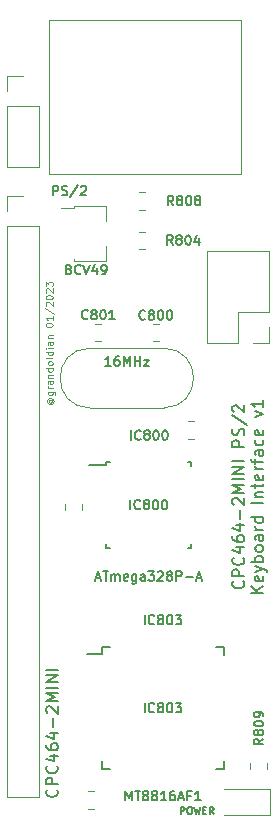
<source format=gbr>
%TF.GenerationSoftware,KiCad,Pcbnew,(6.0.7)*%
%TF.CreationDate,2023-01-02T00:51:12+00:00*%
%TF.ProjectId,CPC464-2MINIPS2,43504334-3634-42d3-924d-494e49505332,rev?*%
%TF.SameCoordinates,Original*%
%TF.FileFunction,Legend,Top*%
%TF.FilePolarity,Positive*%
%FSLAX46Y46*%
G04 Gerber Fmt 4.6, Leading zero omitted, Abs format (unit mm)*
G04 Created by KiCad (PCBNEW (6.0.7)) date 2023-01-02 00:51:12*
%MOMM*%
%LPD*%
G01*
G04 APERTURE LIST*
%ADD10C,0.150000*%
%ADD11C,0.100000*%
%ADD12C,0.120000*%
G04 APERTURE END LIST*
D10*
X61302142Y-77942857D02*
X61349761Y-77990476D01*
X61397380Y-78133333D01*
X61397380Y-78228571D01*
X61349761Y-78371428D01*
X61254523Y-78466666D01*
X61159285Y-78514285D01*
X60968809Y-78561904D01*
X60825952Y-78561904D01*
X60635476Y-78514285D01*
X60540238Y-78466666D01*
X60445000Y-78371428D01*
X60397380Y-78228571D01*
X60397380Y-78133333D01*
X60445000Y-77990476D01*
X60492619Y-77942857D01*
X61397380Y-77514285D02*
X60397380Y-77514285D01*
X60397380Y-77133333D01*
X60445000Y-77038095D01*
X60492619Y-76990476D01*
X60587857Y-76942857D01*
X60730714Y-76942857D01*
X60825952Y-76990476D01*
X60873571Y-77038095D01*
X60921190Y-77133333D01*
X60921190Y-77514285D01*
X61302142Y-75942857D02*
X61349761Y-75990476D01*
X61397380Y-76133333D01*
X61397380Y-76228571D01*
X61349761Y-76371428D01*
X61254523Y-76466666D01*
X61159285Y-76514285D01*
X60968809Y-76561904D01*
X60825952Y-76561904D01*
X60635476Y-76514285D01*
X60540238Y-76466666D01*
X60445000Y-76371428D01*
X60397380Y-76228571D01*
X60397380Y-76133333D01*
X60445000Y-75990476D01*
X60492619Y-75942857D01*
X60730714Y-75085714D02*
X61397380Y-75085714D01*
X60349761Y-75323809D02*
X61064047Y-75561904D01*
X61064047Y-74942857D01*
X60397380Y-74133333D02*
X60397380Y-74323809D01*
X60445000Y-74419047D01*
X60492619Y-74466666D01*
X60635476Y-74561904D01*
X60825952Y-74609523D01*
X61206904Y-74609523D01*
X61302142Y-74561904D01*
X61349761Y-74514285D01*
X61397380Y-74419047D01*
X61397380Y-74228571D01*
X61349761Y-74133333D01*
X61302142Y-74085714D01*
X61206904Y-74038095D01*
X60968809Y-74038095D01*
X60873571Y-74085714D01*
X60825952Y-74133333D01*
X60778333Y-74228571D01*
X60778333Y-74419047D01*
X60825952Y-74514285D01*
X60873571Y-74561904D01*
X60968809Y-74609523D01*
X60730714Y-73180952D02*
X61397380Y-73180952D01*
X60349761Y-73419047D02*
X61064047Y-73657142D01*
X61064047Y-73038095D01*
X61016428Y-72657142D02*
X61016428Y-71895238D01*
X60492619Y-71466666D02*
X60445000Y-71419047D01*
X60397380Y-71323809D01*
X60397380Y-71085714D01*
X60445000Y-70990476D01*
X60492619Y-70942857D01*
X60587857Y-70895238D01*
X60683095Y-70895238D01*
X60825952Y-70942857D01*
X61397380Y-71514285D01*
X61397380Y-70895238D01*
X61397380Y-70466666D02*
X60397380Y-70466666D01*
X61111666Y-70133333D01*
X60397380Y-69800000D01*
X61397380Y-69800000D01*
X61397380Y-69323809D02*
X60397380Y-69323809D01*
X61397380Y-68847619D02*
X60397380Y-68847619D01*
X61397380Y-68276190D01*
X60397380Y-68276190D01*
X61397380Y-67800000D02*
X60397380Y-67800000D01*
X61397380Y-66561904D02*
X60397380Y-66561904D01*
X60397380Y-66180952D01*
X60445000Y-66085714D01*
X60492619Y-66038095D01*
X60587857Y-65990476D01*
X60730714Y-65990476D01*
X60825952Y-66038095D01*
X60873571Y-66085714D01*
X60921190Y-66180952D01*
X60921190Y-66561904D01*
X61349761Y-65609523D02*
X61397380Y-65466666D01*
X61397380Y-65228571D01*
X61349761Y-65133333D01*
X61302142Y-65085714D01*
X61206904Y-65038095D01*
X61111666Y-65038095D01*
X61016428Y-65085714D01*
X60968809Y-65133333D01*
X60921190Y-65228571D01*
X60873571Y-65419047D01*
X60825952Y-65514285D01*
X60778333Y-65561904D01*
X60683095Y-65609523D01*
X60587857Y-65609523D01*
X60492619Y-65561904D01*
X60445000Y-65514285D01*
X60397380Y-65419047D01*
X60397380Y-65180952D01*
X60445000Y-65038095D01*
X60349761Y-63895238D02*
X61635476Y-64752380D01*
X60492619Y-63609523D02*
X60445000Y-63561904D01*
X60397380Y-63466666D01*
X60397380Y-63228571D01*
X60445000Y-63133333D01*
X60492619Y-63085714D01*
X60587857Y-63038095D01*
X60683095Y-63038095D01*
X60825952Y-63085714D01*
X61397380Y-63657142D01*
X61397380Y-63038095D01*
X63007380Y-78919047D02*
X62007380Y-78919047D01*
X63007380Y-78347619D02*
X62435952Y-78776190D01*
X62007380Y-78347619D02*
X62578809Y-78919047D01*
X62959761Y-77538095D02*
X63007380Y-77633333D01*
X63007380Y-77823809D01*
X62959761Y-77919047D01*
X62864523Y-77966666D01*
X62483571Y-77966666D01*
X62388333Y-77919047D01*
X62340714Y-77823809D01*
X62340714Y-77633333D01*
X62388333Y-77538095D01*
X62483571Y-77490476D01*
X62578809Y-77490476D01*
X62674047Y-77966666D01*
X62340714Y-77157142D02*
X63007380Y-76919047D01*
X62340714Y-76680952D02*
X63007380Y-76919047D01*
X63245476Y-77014285D01*
X63293095Y-77061904D01*
X63340714Y-77157142D01*
X63007380Y-76300000D02*
X62007380Y-76300000D01*
X62388333Y-76300000D02*
X62340714Y-76204761D01*
X62340714Y-76014285D01*
X62388333Y-75919047D01*
X62435952Y-75871428D01*
X62531190Y-75823809D01*
X62816904Y-75823809D01*
X62912142Y-75871428D01*
X62959761Y-75919047D01*
X63007380Y-76014285D01*
X63007380Y-76204761D01*
X62959761Y-76300000D01*
X63007380Y-75252380D02*
X62959761Y-75347619D01*
X62912142Y-75395238D01*
X62816904Y-75442857D01*
X62531190Y-75442857D01*
X62435952Y-75395238D01*
X62388333Y-75347619D01*
X62340714Y-75252380D01*
X62340714Y-75109523D01*
X62388333Y-75014285D01*
X62435952Y-74966666D01*
X62531190Y-74919047D01*
X62816904Y-74919047D01*
X62912142Y-74966666D01*
X62959761Y-75014285D01*
X63007380Y-75109523D01*
X63007380Y-75252380D01*
X63007380Y-74061904D02*
X62483571Y-74061904D01*
X62388333Y-74109523D01*
X62340714Y-74204761D01*
X62340714Y-74395238D01*
X62388333Y-74490476D01*
X62959761Y-74061904D02*
X63007380Y-74157142D01*
X63007380Y-74395238D01*
X62959761Y-74490476D01*
X62864523Y-74538095D01*
X62769285Y-74538095D01*
X62674047Y-74490476D01*
X62626428Y-74395238D01*
X62626428Y-74157142D01*
X62578809Y-74061904D01*
X63007380Y-73585714D02*
X62340714Y-73585714D01*
X62531190Y-73585714D02*
X62435952Y-73538095D01*
X62388333Y-73490476D01*
X62340714Y-73395238D01*
X62340714Y-73300000D01*
X63007380Y-72538095D02*
X62007380Y-72538095D01*
X62959761Y-72538095D02*
X63007380Y-72633333D01*
X63007380Y-72823809D01*
X62959761Y-72919047D01*
X62912142Y-72966666D01*
X62816904Y-73014285D01*
X62531190Y-73014285D01*
X62435952Y-72966666D01*
X62388333Y-72919047D01*
X62340714Y-72823809D01*
X62340714Y-72633333D01*
X62388333Y-72538095D01*
X63007380Y-71300000D02*
X62007380Y-71300000D01*
X62340714Y-70823809D02*
X63007380Y-70823809D01*
X62435952Y-70823809D02*
X62388333Y-70776190D01*
X62340714Y-70680952D01*
X62340714Y-70538095D01*
X62388333Y-70442857D01*
X62483571Y-70395238D01*
X63007380Y-70395238D01*
X62340714Y-70061904D02*
X62340714Y-69680952D01*
X62007380Y-69919047D02*
X62864523Y-69919047D01*
X62959761Y-69871428D01*
X63007380Y-69776190D01*
X63007380Y-69680952D01*
X62959761Y-68966666D02*
X63007380Y-69061904D01*
X63007380Y-69252380D01*
X62959761Y-69347619D01*
X62864523Y-69395238D01*
X62483571Y-69395238D01*
X62388333Y-69347619D01*
X62340714Y-69252380D01*
X62340714Y-69061904D01*
X62388333Y-68966666D01*
X62483571Y-68919047D01*
X62578809Y-68919047D01*
X62674047Y-69395238D01*
X63007380Y-68490476D02*
X62340714Y-68490476D01*
X62531190Y-68490476D02*
X62435952Y-68442857D01*
X62388333Y-68395238D01*
X62340714Y-68300000D01*
X62340714Y-68204761D01*
X62340714Y-68014285D02*
X62340714Y-67633333D01*
X63007380Y-67871428D02*
X62150238Y-67871428D01*
X62055000Y-67823809D01*
X62007380Y-67728571D01*
X62007380Y-67633333D01*
X63007380Y-66871428D02*
X62483571Y-66871428D01*
X62388333Y-66919047D01*
X62340714Y-67014285D01*
X62340714Y-67204761D01*
X62388333Y-67300000D01*
X62959761Y-66871428D02*
X63007380Y-66966666D01*
X63007380Y-67204761D01*
X62959761Y-67300000D01*
X62864523Y-67347619D01*
X62769285Y-67347619D01*
X62674047Y-67300000D01*
X62626428Y-67204761D01*
X62626428Y-66966666D01*
X62578809Y-66871428D01*
X62959761Y-65966666D02*
X63007380Y-66061904D01*
X63007380Y-66252380D01*
X62959761Y-66347619D01*
X62912142Y-66395238D01*
X62816904Y-66442857D01*
X62531190Y-66442857D01*
X62435952Y-66395238D01*
X62388333Y-66347619D01*
X62340714Y-66252380D01*
X62340714Y-66061904D01*
X62388333Y-65966666D01*
X62959761Y-65157142D02*
X63007380Y-65252380D01*
X63007380Y-65442857D01*
X62959761Y-65538095D01*
X62864523Y-65585714D01*
X62483571Y-65585714D01*
X62388333Y-65538095D01*
X62340714Y-65442857D01*
X62340714Y-65252380D01*
X62388333Y-65157142D01*
X62483571Y-65109523D01*
X62578809Y-65109523D01*
X62674047Y-65585714D01*
X62340714Y-64014285D02*
X63007380Y-63776190D01*
X62340714Y-63538095D01*
X63007380Y-62633333D02*
X63007380Y-63204761D01*
X63007380Y-62919047D02*
X62007380Y-62919047D01*
X62150238Y-63014285D01*
X62245476Y-63109523D01*
X62293095Y-63204761D01*
D11*
X44905714Y-62565714D02*
X44877142Y-62594285D01*
X44848571Y-62651428D01*
X44848571Y-62708571D01*
X44877142Y-62765714D01*
X44905714Y-62794285D01*
X44962857Y-62822857D01*
X45020000Y-62822857D01*
X45077142Y-62794285D01*
X45105714Y-62765714D01*
X45134285Y-62708571D01*
X45134285Y-62651428D01*
X45105714Y-62594285D01*
X45077142Y-62565714D01*
X44848571Y-62565714D02*
X45077142Y-62565714D01*
X45105714Y-62537142D01*
X45105714Y-62508571D01*
X45077142Y-62451428D01*
X45020000Y-62422857D01*
X44877142Y-62422857D01*
X44791428Y-62480000D01*
X44734285Y-62565714D01*
X44705714Y-62680000D01*
X44734285Y-62794285D01*
X44791428Y-62880000D01*
X44877142Y-62937142D01*
X44991428Y-62965714D01*
X45105714Y-62937142D01*
X45191428Y-62880000D01*
X45248571Y-62794285D01*
X45277142Y-62680000D01*
X45248571Y-62565714D01*
X45191428Y-62480000D01*
X44791428Y-61908571D02*
X45277142Y-61908571D01*
X45334285Y-61937142D01*
X45362857Y-61965714D01*
X45391428Y-62022857D01*
X45391428Y-62108571D01*
X45362857Y-62165714D01*
X45162857Y-61908571D02*
X45191428Y-61965714D01*
X45191428Y-62080000D01*
X45162857Y-62137142D01*
X45134285Y-62165714D01*
X45077142Y-62194285D01*
X44905714Y-62194285D01*
X44848571Y-62165714D01*
X44820000Y-62137142D01*
X44791428Y-62080000D01*
X44791428Y-61965714D01*
X44820000Y-61908571D01*
X45191428Y-61622857D02*
X44791428Y-61622857D01*
X44905714Y-61622857D02*
X44848571Y-61594285D01*
X44820000Y-61565714D01*
X44791428Y-61508571D01*
X44791428Y-61451428D01*
X45191428Y-60994285D02*
X44877142Y-60994285D01*
X44820000Y-61022857D01*
X44791428Y-61080000D01*
X44791428Y-61194285D01*
X44820000Y-61251428D01*
X45162857Y-60994285D02*
X45191428Y-61051428D01*
X45191428Y-61194285D01*
X45162857Y-61251428D01*
X45105714Y-61280000D01*
X45048571Y-61280000D01*
X44991428Y-61251428D01*
X44962857Y-61194285D01*
X44962857Y-61051428D01*
X44934285Y-60994285D01*
X44791428Y-60708571D02*
X45191428Y-60708571D01*
X44848571Y-60708571D02*
X44820000Y-60680000D01*
X44791428Y-60622857D01*
X44791428Y-60537142D01*
X44820000Y-60480000D01*
X44877142Y-60451428D01*
X45191428Y-60451428D01*
X45191428Y-59908571D02*
X44591428Y-59908571D01*
X45162857Y-59908571D02*
X45191428Y-59965714D01*
X45191428Y-60080000D01*
X45162857Y-60137142D01*
X45134285Y-60165714D01*
X45077142Y-60194285D01*
X44905714Y-60194285D01*
X44848571Y-60165714D01*
X44820000Y-60137142D01*
X44791428Y-60080000D01*
X44791428Y-59965714D01*
X44820000Y-59908571D01*
X45191428Y-59537142D02*
X45162857Y-59594285D01*
X45134285Y-59622857D01*
X45077142Y-59651428D01*
X44905714Y-59651428D01*
X44848571Y-59622857D01*
X44820000Y-59594285D01*
X44791428Y-59537142D01*
X44791428Y-59451428D01*
X44820000Y-59394285D01*
X44848571Y-59365714D01*
X44905714Y-59337142D01*
X45077142Y-59337142D01*
X45134285Y-59365714D01*
X45162857Y-59394285D01*
X45191428Y-59451428D01*
X45191428Y-59537142D01*
X45191428Y-58994285D02*
X45162857Y-59051428D01*
X45105714Y-59080000D01*
X44591428Y-59080000D01*
X45191428Y-58508571D02*
X44591428Y-58508571D01*
X45162857Y-58508571D02*
X45191428Y-58565714D01*
X45191428Y-58680000D01*
X45162857Y-58737142D01*
X45134285Y-58765714D01*
X45077142Y-58794285D01*
X44905714Y-58794285D01*
X44848571Y-58765714D01*
X44820000Y-58737142D01*
X44791428Y-58680000D01*
X44791428Y-58565714D01*
X44820000Y-58508571D01*
X45191428Y-58222857D02*
X44791428Y-58222857D01*
X44591428Y-58222857D02*
X44620000Y-58251428D01*
X44648571Y-58222857D01*
X44620000Y-58194285D01*
X44591428Y-58222857D01*
X44648571Y-58222857D01*
X45191428Y-57680000D02*
X44877142Y-57680000D01*
X44820000Y-57708571D01*
X44791428Y-57765714D01*
X44791428Y-57880000D01*
X44820000Y-57937142D01*
X45162857Y-57680000D02*
X45191428Y-57737142D01*
X45191428Y-57880000D01*
X45162857Y-57937142D01*
X45105714Y-57965714D01*
X45048571Y-57965714D01*
X44991428Y-57937142D01*
X44962857Y-57880000D01*
X44962857Y-57737142D01*
X44934285Y-57680000D01*
X44791428Y-57394285D02*
X45191428Y-57394285D01*
X44848571Y-57394285D02*
X44820000Y-57365714D01*
X44791428Y-57308571D01*
X44791428Y-57222857D01*
X44820000Y-57165714D01*
X44877142Y-57137142D01*
X45191428Y-57137142D01*
X44591428Y-56280000D02*
X44591428Y-56222857D01*
X44620000Y-56165714D01*
X44648571Y-56137142D01*
X44705714Y-56108571D01*
X44820000Y-56080000D01*
X44962857Y-56080000D01*
X45077142Y-56108571D01*
X45134285Y-56137142D01*
X45162857Y-56165714D01*
X45191428Y-56222857D01*
X45191428Y-56280000D01*
X45162857Y-56337142D01*
X45134285Y-56365714D01*
X45077142Y-56394285D01*
X44962857Y-56422857D01*
X44820000Y-56422857D01*
X44705714Y-56394285D01*
X44648571Y-56365714D01*
X44620000Y-56337142D01*
X44591428Y-56280000D01*
X45191428Y-55508571D02*
X45191428Y-55851428D01*
X45191428Y-55680000D02*
X44591428Y-55680000D01*
X44677142Y-55737142D01*
X44734285Y-55794285D01*
X44762857Y-55851428D01*
X44562857Y-54822857D02*
X45334285Y-55337142D01*
X44648571Y-54651428D02*
X44620000Y-54622857D01*
X44591428Y-54565714D01*
X44591428Y-54422857D01*
X44620000Y-54365714D01*
X44648571Y-54337142D01*
X44705714Y-54308571D01*
X44762857Y-54308571D01*
X44848571Y-54337142D01*
X45191428Y-54680000D01*
X45191428Y-54308571D01*
X44591428Y-53937142D02*
X44591428Y-53880000D01*
X44620000Y-53822857D01*
X44648571Y-53794285D01*
X44705714Y-53765714D01*
X44820000Y-53737142D01*
X44962857Y-53737142D01*
X45077142Y-53765714D01*
X45134285Y-53794285D01*
X45162857Y-53822857D01*
X45191428Y-53880000D01*
X45191428Y-53937142D01*
X45162857Y-53994285D01*
X45134285Y-54022857D01*
X45077142Y-54051428D01*
X44962857Y-54080000D01*
X44820000Y-54080000D01*
X44705714Y-54051428D01*
X44648571Y-54022857D01*
X44620000Y-53994285D01*
X44591428Y-53937142D01*
X44648571Y-53508571D02*
X44620000Y-53480000D01*
X44591428Y-53422857D01*
X44591428Y-53280000D01*
X44620000Y-53222857D01*
X44648571Y-53194285D01*
X44705714Y-53165714D01*
X44762857Y-53165714D01*
X44848571Y-53194285D01*
X45191428Y-53537142D01*
X45191428Y-53165714D01*
X44591428Y-52965714D02*
X44591428Y-52594285D01*
X44820000Y-52794285D01*
X44820000Y-52708571D01*
X44848571Y-52651428D01*
X44877142Y-52622857D01*
X44934285Y-52594285D01*
X45077142Y-52594285D01*
X45134285Y-52622857D01*
X45162857Y-52651428D01*
X45191428Y-52708571D01*
X45191428Y-52880000D01*
X45162857Y-52937142D01*
X45134285Y-52965714D01*
D10*
%TO.C,R809*%
X63021904Y-91285238D02*
X62640952Y-91551904D01*
X63021904Y-91742380D02*
X62221904Y-91742380D01*
X62221904Y-91437619D01*
X62260000Y-91361428D01*
X62298095Y-91323333D01*
X62374285Y-91285238D01*
X62488571Y-91285238D01*
X62564761Y-91323333D01*
X62602857Y-91361428D01*
X62640952Y-91437619D01*
X62640952Y-91742380D01*
X62564761Y-90828095D02*
X62526666Y-90904285D01*
X62488571Y-90942380D01*
X62412380Y-90980476D01*
X62374285Y-90980476D01*
X62298095Y-90942380D01*
X62260000Y-90904285D01*
X62221904Y-90828095D01*
X62221904Y-90675714D01*
X62260000Y-90599523D01*
X62298095Y-90561428D01*
X62374285Y-90523333D01*
X62412380Y-90523333D01*
X62488571Y-90561428D01*
X62526666Y-90599523D01*
X62564761Y-90675714D01*
X62564761Y-90828095D01*
X62602857Y-90904285D01*
X62640952Y-90942380D01*
X62717142Y-90980476D01*
X62869523Y-90980476D01*
X62945714Y-90942380D01*
X62983809Y-90904285D01*
X63021904Y-90828095D01*
X63021904Y-90675714D01*
X62983809Y-90599523D01*
X62945714Y-90561428D01*
X62869523Y-90523333D01*
X62717142Y-90523333D01*
X62640952Y-90561428D01*
X62602857Y-90599523D01*
X62564761Y-90675714D01*
X62221904Y-90028095D02*
X62221904Y-89951904D01*
X62260000Y-89875714D01*
X62298095Y-89837619D01*
X62374285Y-89799523D01*
X62526666Y-89761428D01*
X62717142Y-89761428D01*
X62869523Y-89799523D01*
X62945714Y-89837619D01*
X62983809Y-89875714D01*
X63021904Y-89951904D01*
X63021904Y-90028095D01*
X62983809Y-90104285D01*
X62945714Y-90142380D01*
X62869523Y-90180476D01*
X62717142Y-90218571D01*
X62526666Y-90218571D01*
X62374285Y-90180476D01*
X62298095Y-90142380D01*
X62260000Y-90104285D01*
X62221904Y-90028095D01*
X63021904Y-89380476D02*
X63021904Y-89228095D01*
X62983809Y-89151904D01*
X62945714Y-89113809D01*
X62831428Y-89037619D01*
X62679047Y-88999523D01*
X62374285Y-88999523D01*
X62298095Y-89037619D01*
X62260000Y-89075714D01*
X62221904Y-89151904D01*
X62221904Y-89304285D01*
X62260000Y-89380476D01*
X62298095Y-89418571D01*
X62374285Y-89456666D01*
X62564761Y-89456666D01*
X62640952Y-89418571D01*
X62679047Y-89380476D01*
X62717142Y-89304285D01*
X62717142Y-89151904D01*
X62679047Y-89075714D01*
X62640952Y-89037619D01*
X62564761Y-88999523D01*
%TO.C,D810*%
X56004285Y-97661428D02*
X56004285Y-97061428D01*
X56232857Y-97061428D01*
X56290000Y-97090000D01*
X56318571Y-97118571D01*
X56347142Y-97175714D01*
X56347142Y-97261428D01*
X56318571Y-97318571D01*
X56290000Y-97347142D01*
X56232857Y-97375714D01*
X56004285Y-97375714D01*
X56718571Y-97061428D02*
X56832857Y-97061428D01*
X56890000Y-97090000D01*
X56947142Y-97147142D01*
X56975714Y-97261428D01*
X56975714Y-97461428D01*
X56947142Y-97575714D01*
X56890000Y-97632857D01*
X56832857Y-97661428D01*
X56718571Y-97661428D01*
X56661428Y-97632857D01*
X56604285Y-97575714D01*
X56575714Y-97461428D01*
X56575714Y-97261428D01*
X56604285Y-97147142D01*
X56661428Y-97090000D01*
X56718571Y-97061428D01*
X57175714Y-97061428D02*
X57318571Y-97661428D01*
X57432857Y-97232857D01*
X57547142Y-97661428D01*
X57690000Y-97061428D01*
X57918571Y-97347142D02*
X58118571Y-97347142D01*
X58204285Y-97661428D02*
X57918571Y-97661428D01*
X57918571Y-97061428D01*
X58204285Y-97061428D01*
X58804285Y-97661428D02*
X58604285Y-97375714D01*
X58461428Y-97661428D02*
X58461428Y-97061428D01*
X58690000Y-97061428D01*
X58747142Y-97090000D01*
X58775714Y-97118571D01*
X58804285Y-97175714D01*
X58804285Y-97261428D01*
X58775714Y-97318571D01*
X58747142Y-97347142D01*
X58690000Y-97375714D01*
X58461428Y-97375714D01*
%TO.C,Y800*%
X50107619Y-59711904D02*
X49650476Y-59711904D01*
X49879047Y-59711904D02*
X49879047Y-58911904D01*
X49802857Y-59026190D01*
X49726666Y-59102380D01*
X49650476Y-59140476D01*
X50793333Y-58911904D02*
X50640952Y-58911904D01*
X50564761Y-58950000D01*
X50526666Y-58988095D01*
X50450476Y-59102380D01*
X50412380Y-59254761D01*
X50412380Y-59559523D01*
X50450476Y-59635714D01*
X50488571Y-59673809D01*
X50564761Y-59711904D01*
X50717142Y-59711904D01*
X50793333Y-59673809D01*
X50831428Y-59635714D01*
X50869523Y-59559523D01*
X50869523Y-59369047D01*
X50831428Y-59292857D01*
X50793333Y-59254761D01*
X50717142Y-59216666D01*
X50564761Y-59216666D01*
X50488571Y-59254761D01*
X50450476Y-59292857D01*
X50412380Y-59369047D01*
X51212380Y-59711904D02*
X51212380Y-58911904D01*
X51479047Y-59483333D01*
X51745714Y-58911904D01*
X51745714Y-59711904D01*
X52126666Y-59711904D02*
X52126666Y-58911904D01*
X52126666Y-59292857D02*
X52583809Y-59292857D01*
X52583809Y-59711904D02*
X52583809Y-58911904D01*
X52888571Y-59178571D02*
X53307619Y-59178571D01*
X52888571Y-59711904D01*
X53307619Y-59711904D01*
%TO.C,R808*%
X55404761Y-46111904D02*
X55138095Y-45730952D01*
X54947619Y-46111904D02*
X54947619Y-45311904D01*
X55252380Y-45311904D01*
X55328571Y-45350000D01*
X55366666Y-45388095D01*
X55404761Y-45464285D01*
X55404761Y-45578571D01*
X55366666Y-45654761D01*
X55328571Y-45692857D01*
X55252380Y-45730952D01*
X54947619Y-45730952D01*
X55861904Y-45654761D02*
X55785714Y-45616666D01*
X55747619Y-45578571D01*
X55709523Y-45502380D01*
X55709523Y-45464285D01*
X55747619Y-45388095D01*
X55785714Y-45350000D01*
X55861904Y-45311904D01*
X56014285Y-45311904D01*
X56090476Y-45350000D01*
X56128571Y-45388095D01*
X56166666Y-45464285D01*
X56166666Y-45502380D01*
X56128571Y-45578571D01*
X56090476Y-45616666D01*
X56014285Y-45654761D01*
X55861904Y-45654761D01*
X55785714Y-45692857D01*
X55747619Y-45730952D01*
X55709523Y-45807142D01*
X55709523Y-45959523D01*
X55747619Y-46035714D01*
X55785714Y-46073809D01*
X55861904Y-46111904D01*
X56014285Y-46111904D01*
X56090476Y-46073809D01*
X56128571Y-46035714D01*
X56166666Y-45959523D01*
X56166666Y-45807142D01*
X56128571Y-45730952D01*
X56090476Y-45692857D01*
X56014285Y-45654761D01*
X56661904Y-45311904D02*
X56738095Y-45311904D01*
X56814285Y-45350000D01*
X56852380Y-45388095D01*
X56890476Y-45464285D01*
X56928571Y-45616666D01*
X56928571Y-45807142D01*
X56890476Y-45959523D01*
X56852380Y-46035714D01*
X56814285Y-46073809D01*
X56738095Y-46111904D01*
X56661904Y-46111904D01*
X56585714Y-46073809D01*
X56547619Y-46035714D01*
X56509523Y-45959523D01*
X56471428Y-45807142D01*
X56471428Y-45616666D01*
X56509523Y-45464285D01*
X56547619Y-45388095D01*
X56585714Y-45350000D01*
X56661904Y-45311904D01*
X57385714Y-45654761D02*
X57309523Y-45616666D01*
X57271428Y-45578571D01*
X57233333Y-45502380D01*
X57233333Y-45464285D01*
X57271428Y-45388095D01*
X57309523Y-45350000D01*
X57385714Y-45311904D01*
X57538095Y-45311904D01*
X57614285Y-45350000D01*
X57652380Y-45388095D01*
X57690476Y-45464285D01*
X57690476Y-45502380D01*
X57652380Y-45578571D01*
X57614285Y-45616666D01*
X57538095Y-45654761D01*
X57385714Y-45654761D01*
X57309523Y-45692857D01*
X57271428Y-45730952D01*
X57233333Y-45807142D01*
X57233333Y-45959523D01*
X57271428Y-46035714D01*
X57309523Y-46073809D01*
X57385714Y-46111904D01*
X57538095Y-46111904D01*
X57614285Y-46073809D01*
X57652380Y-46035714D01*
X57690476Y-45959523D01*
X57690476Y-45807142D01*
X57652380Y-45730952D01*
X57614285Y-45692857D01*
X57538095Y-45654761D01*
%TO.C,R804*%
X55354761Y-49461904D02*
X55088095Y-49080952D01*
X54897619Y-49461904D02*
X54897619Y-48661904D01*
X55202380Y-48661904D01*
X55278571Y-48700000D01*
X55316666Y-48738095D01*
X55354761Y-48814285D01*
X55354761Y-48928571D01*
X55316666Y-49004761D01*
X55278571Y-49042857D01*
X55202380Y-49080952D01*
X54897619Y-49080952D01*
X55811904Y-49004761D02*
X55735714Y-48966666D01*
X55697619Y-48928571D01*
X55659523Y-48852380D01*
X55659523Y-48814285D01*
X55697619Y-48738095D01*
X55735714Y-48700000D01*
X55811904Y-48661904D01*
X55964285Y-48661904D01*
X56040476Y-48700000D01*
X56078571Y-48738095D01*
X56116666Y-48814285D01*
X56116666Y-48852380D01*
X56078571Y-48928571D01*
X56040476Y-48966666D01*
X55964285Y-49004761D01*
X55811904Y-49004761D01*
X55735714Y-49042857D01*
X55697619Y-49080952D01*
X55659523Y-49157142D01*
X55659523Y-49309523D01*
X55697619Y-49385714D01*
X55735714Y-49423809D01*
X55811904Y-49461904D01*
X55964285Y-49461904D01*
X56040476Y-49423809D01*
X56078571Y-49385714D01*
X56116666Y-49309523D01*
X56116666Y-49157142D01*
X56078571Y-49080952D01*
X56040476Y-49042857D01*
X55964285Y-49004761D01*
X56611904Y-48661904D02*
X56688095Y-48661904D01*
X56764285Y-48700000D01*
X56802380Y-48738095D01*
X56840476Y-48814285D01*
X56878571Y-48966666D01*
X56878571Y-49157142D01*
X56840476Y-49309523D01*
X56802380Y-49385714D01*
X56764285Y-49423809D01*
X56688095Y-49461904D01*
X56611904Y-49461904D01*
X56535714Y-49423809D01*
X56497619Y-49385714D01*
X56459523Y-49309523D01*
X56421428Y-49157142D01*
X56421428Y-48966666D01*
X56459523Y-48814285D01*
X56497619Y-48738095D01*
X56535714Y-48700000D01*
X56611904Y-48661904D01*
X57564285Y-48928571D02*
X57564285Y-49461904D01*
X57373809Y-48623809D02*
X57183333Y-49195238D01*
X57678571Y-49195238D01*
%TO.C,Q800*%
X46552380Y-51542857D02*
X46666666Y-51580952D01*
X46704761Y-51619047D01*
X46742857Y-51695238D01*
X46742857Y-51809523D01*
X46704761Y-51885714D01*
X46666666Y-51923809D01*
X46590476Y-51961904D01*
X46285714Y-51961904D01*
X46285714Y-51161904D01*
X46552380Y-51161904D01*
X46628571Y-51200000D01*
X46666666Y-51238095D01*
X46704761Y-51314285D01*
X46704761Y-51390476D01*
X46666666Y-51466666D01*
X46628571Y-51504761D01*
X46552380Y-51542857D01*
X46285714Y-51542857D01*
X47542857Y-51885714D02*
X47504761Y-51923809D01*
X47390476Y-51961904D01*
X47314285Y-51961904D01*
X47200000Y-51923809D01*
X47123809Y-51847619D01*
X47085714Y-51771428D01*
X47047619Y-51619047D01*
X47047619Y-51504761D01*
X47085714Y-51352380D01*
X47123809Y-51276190D01*
X47200000Y-51200000D01*
X47314285Y-51161904D01*
X47390476Y-51161904D01*
X47504761Y-51200000D01*
X47542857Y-51238095D01*
X47771428Y-51161904D02*
X48038095Y-51961904D01*
X48304761Y-51161904D01*
X48914285Y-51428571D02*
X48914285Y-51961904D01*
X48723809Y-51123809D02*
X48533333Y-51695238D01*
X49028571Y-51695238D01*
X49371428Y-51961904D02*
X49523809Y-51961904D01*
X49600000Y-51923809D01*
X49638095Y-51885714D01*
X49714285Y-51771428D01*
X49752380Y-51619047D01*
X49752380Y-51314285D01*
X49714285Y-51238095D01*
X49676190Y-51200000D01*
X49600000Y-51161904D01*
X49447619Y-51161904D01*
X49371428Y-51200000D01*
X49333333Y-51238095D01*
X49295238Y-51314285D01*
X49295238Y-51504761D01*
X49333333Y-51580952D01*
X49371428Y-51619047D01*
X49447619Y-51657142D01*
X49600000Y-51657142D01*
X49676190Y-51619047D01*
X49714285Y-51580952D01*
X49752380Y-51504761D01*
%TO.C,J804*%
X45209523Y-45261904D02*
X45209523Y-44461904D01*
X45514285Y-44461904D01*
X45590476Y-44500000D01*
X45628571Y-44538095D01*
X45666666Y-44614285D01*
X45666666Y-44728571D01*
X45628571Y-44804761D01*
X45590476Y-44842857D01*
X45514285Y-44880952D01*
X45209523Y-44880952D01*
X45971428Y-45223809D02*
X46085714Y-45261904D01*
X46276190Y-45261904D01*
X46352380Y-45223809D01*
X46390476Y-45185714D01*
X46428571Y-45109523D01*
X46428571Y-45033333D01*
X46390476Y-44957142D01*
X46352380Y-44919047D01*
X46276190Y-44880952D01*
X46123809Y-44842857D01*
X46047619Y-44804761D01*
X46009523Y-44766666D01*
X45971428Y-44690476D01*
X45971428Y-44614285D01*
X46009523Y-44538095D01*
X46047619Y-44500000D01*
X46123809Y-44461904D01*
X46314285Y-44461904D01*
X46428571Y-44500000D01*
X47342857Y-44423809D02*
X46657142Y-45452380D01*
X47571428Y-44538095D02*
X47609523Y-44500000D01*
X47685714Y-44461904D01*
X47876190Y-44461904D01*
X47952380Y-44500000D01*
X47990476Y-44538095D01*
X48028571Y-44614285D01*
X48028571Y-44690476D01*
X47990476Y-44804761D01*
X47533333Y-45261904D01*
X48028571Y-45261904D01*
%TO.C,IC803*%
X52957142Y-81611904D02*
X52957142Y-80811904D01*
X53795238Y-81535714D02*
X53757142Y-81573809D01*
X53642857Y-81611904D01*
X53566666Y-81611904D01*
X53452380Y-81573809D01*
X53376190Y-81497619D01*
X53338095Y-81421428D01*
X53300000Y-81269047D01*
X53300000Y-81154761D01*
X53338095Y-81002380D01*
X53376190Y-80926190D01*
X53452380Y-80850000D01*
X53566666Y-80811904D01*
X53642857Y-80811904D01*
X53757142Y-80850000D01*
X53795238Y-80888095D01*
X54252380Y-81154761D02*
X54176190Y-81116666D01*
X54138095Y-81078571D01*
X54100000Y-81002380D01*
X54100000Y-80964285D01*
X54138095Y-80888095D01*
X54176190Y-80850000D01*
X54252380Y-80811904D01*
X54404761Y-80811904D01*
X54480952Y-80850000D01*
X54519047Y-80888095D01*
X54557142Y-80964285D01*
X54557142Y-81002380D01*
X54519047Y-81078571D01*
X54480952Y-81116666D01*
X54404761Y-81154761D01*
X54252380Y-81154761D01*
X54176190Y-81192857D01*
X54138095Y-81230952D01*
X54100000Y-81307142D01*
X54100000Y-81459523D01*
X54138095Y-81535714D01*
X54176190Y-81573809D01*
X54252380Y-81611904D01*
X54404761Y-81611904D01*
X54480952Y-81573809D01*
X54519047Y-81535714D01*
X54557142Y-81459523D01*
X54557142Y-81307142D01*
X54519047Y-81230952D01*
X54480952Y-81192857D01*
X54404761Y-81154761D01*
X55052380Y-80811904D02*
X55128571Y-80811904D01*
X55204761Y-80850000D01*
X55242857Y-80888095D01*
X55280952Y-80964285D01*
X55319047Y-81116666D01*
X55319047Y-81307142D01*
X55280952Y-81459523D01*
X55242857Y-81535714D01*
X55204761Y-81573809D01*
X55128571Y-81611904D01*
X55052380Y-81611904D01*
X54976190Y-81573809D01*
X54938095Y-81535714D01*
X54900000Y-81459523D01*
X54861904Y-81307142D01*
X54861904Y-81116666D01*
X54900000Y-80964285D01*
X54938095Y-80888095D01*
X54976190Y-80850000D01*
X55052380Y-80811904D01*
X55585714Y-80811904D02*
X56080952Y-80811904D01*
X55814285Y-81116666D01*
X55928571Y-81116666D01*
X56004761Y-81154761D01*
X56042857Y-81192857D01*
X56080952Y-81269047D01*
X56080952Y-81459523D01*
X56042857Y-81535714D01*
X56004761Y-81573809D01*
X55928571Y-81611904D01*
X55700000Y-81611904D01*
X55623809Y-81573809D01*
X55585714Y-81535714D01*
X51338095Y-96511904D02*
X51338095Y-95711904D01*
X51604761Y-96283333D01*
X51871428Y-95711904D01*
X51871428Y-96511904D01*
X52138095Y-95711904D02*
X52595238Y-95711904D01*
X52366666Y-96511904D02*
X52366666Y-95711904D01*
X52976190Y-96054761D02*
X52900000Y-96016666D01*
X52861904Y-95978571D01*
X52823809Y-95902380D01*
X52823809Y-95864285D01*
X52861904Y-95788095D01*
X52900000Y-95750000D01*
X52976190Y-95711904D01*
X53128571Y-95711904D01*
X53204761Y-95750000D01*
X53242857Y-95788095D01*
X53280952Y-95864285D01*
X53280952Y-95902380D01*
X53242857Y-95978571D01*
X53204761Y-96016666D01*
X53128571Y-96054761D01*
X52976190Y-96054761D01*
X52900000Y-96092857D01*
X52861904Y-96130952D01*
X52823809Y-96207142D01*
X52823809Y-96359523D01*
X52861904Y-96435714D01*
X52900000Y-96473809D01*
X52976190Y-96511904D01*
X53128571Y-96511904D01*
X53204761Y-96473809D01*
X53242857Y-96435714D01*
X53280952Y-96359523D01*
X53280952Y-96207142D01*
X53242857Y-96130952D01*
X53204761Y-96092857D01*
X53128571Y-96054761D01*
X53738095Y-96054761D02*
X53661904Y-96016666D01*
X53623809Y-95978571D01*
X53585714Y-95902380D01*
X53585714Y-95864285D01*
X53623809Y-95788095D01*
X53661904Y-95750000D01*
X53738095Y-95711904D01*
X53890476Y-95711904D01*
X53966666Y-95750000D01*
X54004761Y-95788095D01*
X54042857Y-95864285D01*
X54042857Y-95902380D01*
X54004761Y-95978571D01*
X53966666Y-96016666D01*
X53890476Y-96054761D01*
X53738095Y-96054761D01*
X53661904Y-96092857D01*
X53623809Y-96130952D01*
X53585714Y-96207142D01*
X53585714Y-96359523D01*
X53623809Y-96435714D01*
X53661904Y-96473809D01*
X53738095Y-96511904D01*
X53890476Y-96511904D01*
X53966666Y-96473809D01*
X54004761Y-96435714D01*
X54042857Y-96359523D01*
X54042857Y-96207142D01*
X54004761Y-96130952D01*
X53966666Y-96092857D01*
X53890476Y-96054761D01*
X54804761Y-96511904D02*
X54347619Y-96511904D01*
X54576190Y-96511904D02*
X54576190Y-95711904D01*
X54500000Y-95826190D01*
X54423809Y-95902380D01*
X54347619Y-95940476D01*
X55490476Y-95711904D02*
X55338095Y-95711904D01*
X55261904Y-95750000D01*
X55223809Y-95788095D01*
X55147619Y-95902380D01*
X55109523Y-96054761D01*
X55109523Y-96359523D01*
X55147619Y-96435714D01*
X55185714Y-96473809D01*
X55261904Y-96511904D01*
X55414285Y-96511904D01*
X55490476Y-96473809D01*
X55528571Y-96435714D01*
X55566666Y-96359523D01*
X55566666Y-96169047D01*
X55528571Y-96092857D01*
X55490476Y-96054761D01*
X55414285Y-96016666D01*
X55261904Y-96016666D01*
X55185714Y-96054761D01*
X55147619Y-96092857D01*
X55109523Y-96169047D01*
X55871428Y-96283333D02*
X56252380Y-96283333D01*
X55795238Y-96511904D02*
X56061904Y-95711904D01*
X56328571Y-96511904D01*
X56861904Y-96092857D02*
X56595238Y-96092857D01*
X56595238Y-96511904D02*
X56595238Y-95711904D01*
X56976190Y-95711904D01*
X57700000Y-96511904D02*
X57242857Y-96511904D01*
X57471428Y-96511904D02*
X57471428Y-95711904D01*
X57395238Y-95826190D01*
X57319047Y-95902380D01*
X57242857Y-95940476D01*
X52957142Y-89061904D02*
X52957142Y-88261904D01*
X53795238Y-88985714D02*
X53757142Y-89023809D01*
X53642857Y-89061904D01*
X53566666Y-89061904D01*
X53452380Y-89023809D01*
X53376190Y-88947619D01*
X53338095Y-88871428D01*
X53300000Y-88719047D01*
X53300000Y-88604761D01*
X53338095Y-88452380D01*
X53376190Y-88376190D01*
X53452380Y-88300000D01*
X53566666Y-88261904D01*
X53642857Y-88261904D01*
X53757142Y-88300000D01*
X53795238Y-88338095D01*
X54252380Y-88604761D02*
X54176190Y-88566666D01*
X54138095Y-88528571D01*
X54100000Y-88452380D01*
X54100000Y-88414285D01*
X54138095Y-88338095D01*
X54176190Y-88300000D01*
X54252380Y-88261904D01*
X54404761Y-88261904D01*
X54480952Y-88300000D01*
X54519047Y-88338095D01*
X54557142Y-88414285D01*
X54557142Y-88452380D01*
X54519047Y-88528571D01*
X54480952Y-88566666D01*
X54404761Y-88604761D01*
X54252380Y-88604761D01*
X54176190Y-88642857D01*
X54138095Y-88680952D01*
X54100000Y-88757142D01*
X54100000Y-88909523D01*
X54138095Y-88985714D01*
X54176190Y-89023809D01*
X54252380Y-89061904D01*
X54404761Y-89061904D01*
X54480952Y-89023809D01*
X54519047Y-88985714D01*
X54557142Y-88909523D01*
X54557142Y-88757142D01*
X54519047Y-88680952D01*
X54480952Y-88642857D01*
X54404761Y-88604761D01*
X55052380Y-88261904D02*
X55128571Y-88261904D01*
X55204761Y-88300000D01*
X55242857Y-88338095D01*
X55280952Y-88414285D01*
X55319047Y-88566666D01*
X55319047Y-88757142D01*
X55280952Y-88909523D01*
X55242857Y-88985714D01*
X55204761Y-89023809D01*
X55128571Y-89061904D01*
X55052380Y-89061904D01*
X54976190Y-89023809D01*
X54938095Y-88985714D01*
X54900000Y-88909523D01*
X54861904Y-88757142D01*
X54861904Y-88566666D01*
X54900000Y-88414285D01*
X54938095Y-88338095D01*
X54976190Y-88300000D01*
X55052380Y-88261904D01*
X55585714Y-88261904D02*
X56080952Y-88261904D01*
X55814285Y-88566666D01*
X55928571Y-88566666D01*
X56004761Y-88604761D01*
X56042857Y-88642857D01*
X56080952Y-88719047D01*
X56080952Y-88909523D01*
X56042857Y-88985714D01*
X56004761Y-89023809D01*
X55928571Y-89061904D01*
X55700000Y-89061904D01*
X55623809Y-89023809D01*
X55585714Y-88985714D01*
%TO.C,IC800*%
X51787142Y-65981904D02*
X51787142Y-65181904D01*
X52625238Y-65905714D02*
X52587142Y-65943809D01*
X52472857Y-65981904D01*
X52396666Y-65981904D01*
X52282380Y-65943809D01*
X52206190Y-65867619D01*
X52168095Y-65791428D01*
X52130000Y-65639047D01*
X52130000Y-65524761D01*
X52168095Y-65372380D01*
X52206190Y-65296190D01*
X52282380Y-65220000D01*
X52396666Y-65181904D01*
X52472857Y-65181904D01*
X52587142Y-65220000D01*
X52625238Y-65258095D01*
X53082380Y-65524761D02*
X53006190Y-65486666D01*
X52968095Y-65448571D01*
X52930000Y-65372380D01*
X52930000Y-65334285D01*
X52968095Y-65258095D01*
X53006190Y-65220000D01*
X53082380Y-65181904D01*
X53234761Y-65181904D01*
X53310952Y-65220000D01*
X53349047Y-65258095D01*
X53387142Y-65334285D01*
X53387142Y-65372380D01*
X53349047Y-65448571D01*
X53310952Y-65486666D01*
X53234761Y-65524761D01*
X53082380Y-65524761D01*
X53006190Y-65562857D01*
X52968095Y-65600952D01*
X52930000Y-65677142D01*
X52930000Y-65829523D01*
X52968095Y-65905714D01*
X53006190Y-65943809D01*
X53082380Y-65981904D01*
X53234761Y-65981904D01*
X53310952Y-65943809D01*
X53349047Y-65905714D01*
X53387142Y-65829523D01*
X53387142Y-65677142D01*
X53349047Y-65600952D01*
X53310952Y-65562857D01*
X53234761Y-65524761D01*
X53882380Y-65181904D02*
X53958571Y-65181904D01*
X54034761Y-65220000D01*
X54072857Y-65258095D01*
X54110952Y-65334285D01*
X54149047Y-65486666D01*
X54149047Y-65677142D01*
X54110952Y-65829523D01*
X54072857Y-65905714D01*
X54034761Y-65943809D01*
X53958571Y-65981904D01*
X53882380Y-65981904D01*
X53806190Y-65943809D01*
X53768095Y-65905714D01*
X53730000Y-65829523D01*
X53691904Y-65677142D01*
X53691904Y-65486666D01*
X53730000Y-65334285D01*
X53768095Y-65258095D01*
X53806190Y-65220000D01*
X53882380Y-65181904D01*
X54644285Y-65181904D02*
X54720476Y-65181904D01*
X54796666Y-65220000D01*
X54834761Y-65258095D01*
X54872857Y-65334285D01*
X54910952Y-65486666D01*
X54910952Y-65677142D01*
X54872857Y-65829523D01*
X54834761Y-65905714D01*
X54796666Y-65943809D01*
X54720476Y-65981904D01*
X54644285Y-65981904D01*
X54568095Y-65943809D01*
X54530000Y-65905714D01*
X54491904Y-65829523D01*
X54453809Y-65677142D01*
X54453809Y-65486666D01*
X54491904Y-65334285D01*
X54530000Y-65258095D01*
X54568095Y-65220000D01*
X54644285Y-65181904D01*
X48823809Y-77683333D02*
X49204761Y-77683333D01*
X48747619Y-77911904D02*
X49014285Y-77111904D01*
X49280952Y-77911904D01*
X49433333Y-77111904D02*
X49890476Y-77111904D01*
X49661904Y-77911904D02*
X49661904Y-77111904D01*
X50157142Y-77911904D02*
X50157142Y-77378571D01*
X50157142Y-77454761D02*
X50195238Y-77416666D01*
X50271428Y-77378571D01*
X50385714Y-77378571D01*
X50461904Y-77416666D01*
X50499999Y-77492857D01*
X50499999Y-77911904D01*
X50499999Y-77492857D02*
X50538095Y-77416666D01*
X50614285Y-77378571D01*
X50728571Y-77378571D01*
X50804761Y-77416666D01*
X50842857Y-77492857D01*
X50842857Y-77911904D01*
X51528571Y-77873809D02*
X51452380Y-77911904D01*
X51299999Y-77911904D01*
X51223809Y-77873809D01*
X51185714Y-77797619D01*
X51185714Y-77492857D01*
X51223809Y-77416666D01*
X51299999Y-77378571D01*
X51452380Y-77378571D01*
X51528571Y-77416666D01*
X51566666Y-77492857D01*
X51566666Y-77569047D01*
X51185714Y-77645238D01*
X52252380Y-77378571D02*
X52252380Y-78026190D01*
X52214285Y-78102380D01*
X52176190Y-78140476D01*
X52099999Y-78178571D01*
X51985714Y-78178571D01*
X51909523Y-78140476D01*
X52252380Y-77873809D02*
X52176190Y-77911904D01*
X52023809Y-77911904D01*
X51947619Y-77873809D01*
X51909523Y-77835714D01*
X51871428Y-77759523D01*
X51871428Y-77530952D01*
X51909523Y-77454761D01*
X51947619Y-77416666D01*
X52023809Y-77378571D01*
X52176190Y-77378571D01*
X52252380Y-77416666D01*
X52976190Y-77911904D02*
X52976190Y-77492857D01*
X52938095Y-77416666D01*
X52861904Y-77378571D01*
X52709523Y-77378571D01*
X52633333Y-77416666D01*
X52976190Y-77873809D02*
X52899999Y-77911904D01*
X52709523Y-77911904D01*
X52633333Y-77873809D01*
X52595238Y-77797619D01*
X52595238Y-77721428D01*
X52633333Y-77645238D01*
X52709523Y-77607142D01*
X52899999Y-77607142D01*
X52976190Y-77569047D01*
X53280952Y-77111904D02*
X53776190Y-77111904D01*
X53509523Y-77416666D01*
X53623809Y-77416666D01*
X53699999Y-77454761D01*
X53738095Y-77492857D01*
X53776190Y-77569047D01*
X53776190Y-77759523D01*
X53738095Y-77835714D01*
X53699999Y-77873809D01*
X53623809Y-77911904D01*
X53395238Y-77911904D01*
X53319047Y-77873809D01*
X53280952Y-77835714D01*
X54080952Y-77188095D02*
X54119047Y-77150000D01*
X54195238Y-77111904D01*
X54385714Y-77111904D01*
X54461904Y-77150000D01*
X54500000Y-77188095D01*
X54538095Y-77264285D01*
X54538095Y-77340476D01*
X54500000Y-77454761D01*
X54042857Y-77911904D01*
X54538095Y-77911904D01*
X54995238Y-77454761D02*
X54919047Y-77416666D01*
X54880952Y-77378571D01*
X54842857Y-77302380D01*
X54842857Y-77264285D01*
X54880952Y-77188095D01*
X54919047Y-77150000D01*
X54995238Y-77111904D01*
X55147619Y-77111904D01*
X55223809Y-77150000D01*
X55261904Y-77188095D01*
X55300000Y-77264285D01*
X55300000Y-77302380D01*
X55261904Y-77378571D01*
X55223809Y-77416666D01*
X55147619Y-77454761D01*
X54995238Y-77454761D01*
X54919047Y-77492857D01*
X54880952Y-77530952D01*
X54842857Y-77607142D01*
X54842857Y-77759523D01*
X54880952Y-77835714D01*
X54919047Y-77873809D01*
X54995238Y-77911904D01*
X55147619Y-77911904D01*
X55223809Y-77873809D01*
X55261904Y-77835714D01*
X55300000Y-77759523D01*
X55300000Y-77607142D01*
X55261904Y-77530952D01*
X55223809Y-77492857D01*
X55147619Y-77454761D01*
X55642857Y-77911904D02*
X55642857Y-77111904D01*
X55947619Y-77111904D01*
X56023809Y-77150000D01*
X56061904Y-77188095D01*
X56100000Y-77264285D01*
X56100000Y-77378571D01*
X56061904Y-77454761D01*
X56023809Y-77492857D01*
X55947619Y-77530952D01*
X55642857Y-77530952D01*
X56442857Y-77607142D02*
X57052380Y-77607142D01*
X57395238Y-77683333D02*
X57776190Y-77683333D01*
X57319047Y-77911904D02*
X57585714Y-77111904D01*
X57852380Y-77911904D01*
X51757142Y-71861904D02*
X51757142Y-71061904D01*
X52595238Y-71785714D02*
X52557142Y-71823809D01*
X52442857Y-71861904D01*
X52366666Y-71861904D01*
X52252380Y-71823809D01*
X52176190Y-71747619D01*
X52138095Y-71671428D01*
X52100000Y-71519047D01*
X52100000Y-71404761D01*
X52138095Y-71252380D01*
X52176190Y-71176190D01*
X52252380Y-71100000D01*
X52366666Y-71061904D01*
X52442857Y-71061904D01*
X52557142Y-71100000D01*
X52595238Y-71138095D01*
X53052380Y-71404761D02*
X52976190Y-71366666D01*
X52938095Y-71328571D01*
X52900000Y-71252380D01*
X52900000Y-71214285D01*
X52938095Y-71138095D01*
X52976190Y-71100000D01*
X53052380Y-71061904D01*
X53204761Y-71061904D01*
X53280952Y-71100000D01*
X53319047Y-71138095D01*
X53357142Y-71214285D01*
X53357142Y-71252380D01*
X53319047Y-71328571D01*
X53280952Y-71366666D01*
X53204761Y-71404761D01*
X53052380Y-71404761D01*
X52976190Y-71442857D01*
X52938095Y-71480952D01*
X52900000Y-71557142D01*
X52900000Y-71709523D01*
X52938095Y-71785714D01*
X52976190Y-71823809D01*
X53052380Y-71861904D01*
X53204761Y-71861904D01*
X53280952Y-71823809D01*
X53319047Y-71785714D01*
X53357142Y-71709523D01*
X53357142Y-71557142D01*
X53319047Y-71480952D01*
X53280952Y-71442857D01*
X53204761Y-71404761D01*
X53852380Y-71061904D02*
X53928571Y-71061904D01*
X54004761Y-71100000D01*
X54042857Y-71138095D01*
X54080952Y-71214285D01*
X54119047Y-71366666D01*
X54119047Y-71557142D01*
X54080952Y-71709523D01*
X54042857Y-71785714D01*
X54004761Y-71823809D01*
X53928571Y-71861904D01*
X53852380Y-71861904D01*
X53776190Y-71823809D01*
X53738095Y-71785714D01*
X53700000Y-71709523D01*
X53661904Y-71557142D01*
X53661904Y-71366666D01*
X53700000Y-71214285D01*
X53738095Y-71138095D01*
X53776190Y-71100000D01*
X53852380Y-71061904D01*
X54614285Y-71061904D02*
X54690476Y-71061904D01*
X54766666Y-71100000D01*
X54804761Y-71138095D01*
X54842857Y-71214285D01*
X54880952Y-71366666D01*
X54880952Y-71557142D01*
X54842857Y-71709523D01*
X54804761Y-71785714D01*
X54766666Y-71823809D01*
X54690476Y-71861904D01*
X54614285Y-71861904D01*
X54538095Y-71823809D01*
X54500000Y-71785714D01*
X54461904Y-71709523D01*
X54423809Y-71557142D01*
X54423809Y-71366666D01*
X54461904Y-71214285D01*
X54500000Y-71138095D01*
X54538095Y-71100000D01*
X54614285Y-71061904D01*
%TO.C,C801*%
X48154761Y-55705714D02*
X48116666Y-55743809D01*
X48002380Y-55781904D01*
X47926190Y-55781904D01*
X47811904Y-55743809D01*
X47735714Y-55667619D01*
X47697619Y-55591428D01*
X47659523Y-55439047D01*
X47659523Y-55324761D01*
X47697619Y-55172380D01*
X47735714Y-55096190D01*
X47811904Y-55020000D01*
X47926190Y-54981904D01*
X48002380Y-54981904D01*
X48116666Y-55020000D01*
X48154761Y-55058095D01*
X48611904Y-55324761D02*
X48535714Y-55286666D01*
X48497619Y-55248571D01*
X48459523Y-55172380D01*
X48459523Y-55134285D01*
X48497619Y-55058095D01*
X48535714Y-55020000D01*
X48611904Y-54981904D01*
X48764285Y-54981904D01*
X48840476Y-55020000D01*
X48878571Y-55058095D01*
X48916666Y-55134285D01*
X48916666Y-55172380D01*
X48878571Y-55248571D01*
X48840476Y-55286666D01*
X48764285Y-55324761D01*
X48611904Y-55324761D01*
X48535714Y-55362857D01*
X48497619Y-55400952D01*
X48459523Y-55477142D01*
X48459523Y-55629523D01*
X48497619Y-55705714D01*
X48535714Y-55743809D01*
X48611904Y-55781904D01*
X48764285Y-55781904D01*
X48840476Y-55743809D01*
X48878571Y-55705714D01*
X48916666Y-55629523D01*
X48916666Y-55477142D01*
X48878571Y-55400952D01*
X48840476Y-55362857D01*
X48764285Y-55324761D01*
X49411904Y-54981904D02*
X49488095Y-54981904D01*
X49564285Y-55020000D01*
X49602380Y-55058095D01*
X49640476Y-55134285D01*
X49678571Y-55286666D01*
X49678571Y-55477142D01*
X49640476Y-55629523D01*
X49602380Y-55705714D01*
X49564285Y-55743809D01*
X49488095Y-55781904D01*
X49411904Y-55781904D01*
X49335714Y-55743809D01*
X49297619Y-55705714D01*
X49259523Y-55629523D01*
X49221428Y-55477142D01*
X49221428Y-55286666D01*
X49259523Y-55134285D01*
X49297619Y-55058095D01*
X49335714Y-55020000D01*
X49411904Y-54981904D01*
X50440476Y-55781904D02*
X49983333Y-55781904D01*
X50211904Y-55781904D02*
X50211904Y-54981904D01*
X50135714Y-55096190D01*
X50059523Y-55172380D01*
X49983333Y-55210476D01*
%TO.C,C800*%
X53004761Y-55735714D02*
X52966666Y-55773809D01*
X52852380Y-55811904D01*
X52776190Y-55811904D01*
X52661904Y-55773809D01*
X52585714Y-55697619D01*
X52547619Y-55621428D01*
X52509523Y-55469047D01*
X52509523Y-55354761D01*
X52547619Y-55202380D01*
X52585714Y-55126190D01*
X52661904Y-55050000D01*
X52776190Y-55011904D01*
X52852380Y-55011904D01*
X52966666Y-55050000D01*
X53004761Y-55088095D01*
X53461904Y-55354761D02*
X53385714Y-55316666D01*
X53347619Y-55278571D01*
X53309523Y-55202380D01*
X53309523Y-55164285D01*
X53347619Y-55088095D01*
X53385714Y-55050000D01*
X53461904Y-55011904D01*
X53614285Y-55011904D01*
X53690476Y-55050000D01*
X53728571Y-55088095D01*
X53766666Y-55164285D01*
X53766666Y-55202380D01*
X53728571Y-55278571D01*
X53690476Y-55316666D01*
X53614285Y-55354761D01*
X53461904Y-55354761D01*
X53385714Y-55392857D01*
X53347619Y-55430952D01*
X53309523Y-55507142D01*
X53309523Y-55659523D01*
X53347619Y-55735714D01*
X53385714Y-55773809D01*
X53461904Y-55811904D01*
X53614285Y-55811904D01*
X53690476Y-55773809D01*
X53728571Y-55735714D01*
X53766666Y-55659523D01*
X53766666Y-55507142D01*
X53728571Y-55430952D01*
X53690476Y-55392857D01*
X53614285Y-55354761D01*
X54261904Y-55011904D02*
X54338095Y-55011904D01*
X54414285Y-55050000D01*
X54452380Y-55088095D01*
X54490476Y-55164285D01*
X54528571Y-55316666D01*
X54528571Y-55507142D01*
X54490476Y-55659523D01*
X54452380Y-55735714D01*
X54414285Y-55773809D01*
X54338095Y-55811904D01*
X54261904Y-55811904D01*
X54185714Y-55773809D01*
X54147619Y-55735714D01*
X54109523Y-55659523D01*
X54071428Y-55507142D01*
X54071428Y-55316666D01*
X54109523Y-55164285D01*
X54147619Y-55088095D01*
X54185714Y-55050000D01*
X54261904Y-55011904D01*
X55023809Y-55011904D02*
X55100000Y-55011904D01*
X55176190Y-55050000D01*
X55214285Y-55088095D01*
X55252380Y-55164285D01*
X55290476Y-55316666D01*
X55290476Y-55507142D01*
X55252380Y-55659523D01*
X55214285Y-55735714D01*
X55176190Y-55773809D01*
X55100000Y-55811904D01*
X55023809Y-55811904D01*
X54947619Y-55773809D01*
X54909523Y-55735714D01*
X54871428Y-55659523D01*
X54833333Y-55507142D01*
X54833333Y-55316666D01*
X54871428Y-55164285D01*
X54909523Y-55088095D01*
X54947619Y-55050000D01*
X55023809Y-55011904D01*
%TO.C,CP002*%
X45527142Y-95585714D02*
X45574761Y-95633333D01*
X45622380Y-95776190D01*
X45622380Y-95871428D01*
X45574761Y-96014285D01*
X45479523Y-96109523D01*
X45384285Y-96157142D01*
X45193809Y-96204761D01*
X45050952Y-96204761D01*
X44860476Y-96157142D01*
X44765238Y-96109523D01*
X44670000Y-96014285D01*
X44622380Y-95871428D01*
X44622380Y-95776190D01*
X44670000Y-95633333D01*
X44717619Y-95585714D01*
X45622380Y-95157142D02*
X44622380Y-95157142D01*
X44622380Y-94776190D01*
X44670000Y-94680952D01*
X44717619Y-94633333D01*
X44812857Y-94585714D01*
X44955714Y-94585714D01*
X45050952Y-94633333D01*
X45098571Y-94680952D01*
X45146190Y-94776190D01*
X45146190Y-95157142D01*
X45527142Y-93585714D02*
X45574761Y-93633333D01*
X45622380Y-93776190D01*
X45622380Y-93871428D01*
X45574761Y-94014285D01*
X45479523Y-94109523D01*
X45384285Y-94157142D01*
X45193809Y-94204761D01*
X45050952Y-94204761D01*
X44860476Y-94157142D01*
X44765238Y-94109523D01*
X44670000Y-94014285D01*
X44622380Y-93871428D01*
X44622380Y-93776190D01*
X44670000Y-93633333D01*
X44717619Y-93585714D01*
X44955714Y-92728571D02*
X45622380Y-92728571D01*
X44574761Y-92966666D02*
X45289047Y-93204761D01*
X45289047Y-92585714D01*
X44622380Y-91776190D02*
X44622380Y-91966666D01*
X44670000Y-92061904D01*
X44717619Y-92109523D01*
X44860476Y-92204761D01*
X45050952Y-92252380D01*
X45431904Y-92252380D01*
X45527142Y-92204761D01*
X45574761Y-92157142D01*
X45622380Y-92061904D01*
X45622380Y-91871428D01*
X45574761Y-91776190D01*
X45527142Y-91728571D01*
X45431904Y-91680952D01*
X45193809Y-91680952D01*
X45098571Y-91728571D01*
X45050952Y-91776190D01*
X45003333Y-91871428D01*
X45003333Y-92061904D01*
X45050952Y-92157142D01*
X45098571Y-92204761D01*
X45193809Y-92252380D01*
X44955714Y-90823809D02*
X45622380Y-90823809D01*
X44574761Y-91061904D02*
X45289047Y-91300000D01*
X45289047Y-90680952D01*
X45241428Y-90300000D02*
X45241428Y-89538095D01*
X44717619Y-89109523D02*
X44670000Y-89061904D01*
X44622380Y-88966666D01*
X44622380Y-88728571D01*
X44670000Y-88633333D01*
X44717619Y-88585714D01*
X44812857Y-88538095D01*
X44908095Y-88538095D01*
X45050952Y-88585714D01*
X45622380Y-89157142D01*
X45622380Y-88538095D01*
X45622380Y-88109523D02*
X44622380Y-88109523D01*
X45336666Y-87776190D01*
X44622380Y-87442857D01*
X45622380Y-87442857D01*
X45622380Y-86966666D02*
X44622380Y-86966666D01*
X45622380Y-86490476D02*
X44622380Y-86490476D01*
X45622380Y-85919047D01*
X44622380Y-85919047D01*
X45622380Y-85442857D02*
X44622380Y-85442857D01*
D12*
%TO.C,R809*%
X61855000Y-93817064D02*
X61855000Y-93362936D01*
X63325000Y-93817064D02*
X63325000Y-93362936D01*
%TO.C,D810*%
X63605000Y-97775000D02*
X63605000Y-95505000D01*
X59720000Y-97775000D02*
X63605000Y-97775000D01*
X63605000Y-95505000D02*
X59720000Y-95505000D01*
%TO.C,C807*%
X48671252Y-95725000D02*
X48148748Y-95725000D01*
X48671252Y-97195000D02*
X48148748Y-97195000D01*
%TO.C,Y800*%
X54585000Y-58225000D02*
X48335000Y-58225000D01*
X54585000Y-63275000D02*
X48335000Y-63275000D01*
X48335000Y-58225000D02*
G75*
G03*
X48335000Y-63275000I0J-2525000D01*
G01*
X54585000Y-63275000D02*
G75*
G03*
X54585000Y-58225000I0J2525000D01*
G01*
%TO.C,R808*%
X52522936Y-45015000D02*
X52977064Y-45015000D01*
X52522936Y-46485000D02*
X52977064Y-46485000D01*
%TO.C,R804*%
X52977064Y-49835000D02*
X52522936Y-49835000D01*
X52977064Y-48365000D02*
X52522936Y-48365000D01*
%TO.C,Q800*%
X49710000Y-46140000D02*
X49710000Y-47450000D01*
X46990000Y-46140000D02*
X49710000Y-46140000D01*
X46990000Y-46140000D02*
X46990000Y-46370000D01*
X49710000Y-49550000D02*
X49710000Y-50860000D01*
X45850000Y-46370000D02*
X46990000Y-46370000D01*
X46990000Y-50860000D02*
X46990000Y-50630000D01*
X49710000Y-50860000D02*
X46990000Y-50860000D01*
%TO.C,J804*%
X44890000Y-43475000D02*
X44890000Y-30475000D01*
X61090000Y-30475000D02*
X44890000Y-30475000D01*
X61090000Y-43475000D02*
X61090000Y-30475000D01*
X61090000Y-43475000D02*
X44890000Y-43475000D01*
%TO.C,J800*%
X60855000Y-55155000D02*
X60855000Y-57755000D01*
X63455000Y-50015000D02*
X58255000Y-50015000D01*
X58255000Y-57755000D02*
X58255000Y-50015000D01*
X63455000Y-57755000D02*
X62125000Y-57755000D01*
X63455000Y-55155000D02*
X63455000Y-50015000D01*
X63455000Y-55155000D02*
X60855000Y-55155000D01*
X63455000Y-56425000D02*
X63455000Y-57755000D01*
X60855000Y-57755000D02*
X58255000Y-57755000D01*
D10*
%TO.C,IC803*%
X49325000Y-93875000D02*
X49325000Y-93200000D01*
X49325000Y-93875000D02*
X50000000Y-93875000D01*
X59675000Y-93875000D02*
X59675000Y-93200000D01*
X59675000Y-83525000D02*
X59675000Y-84200000D01*
X49325000Y-83525000D02*
X50000000Y-83525000D01*
X59675000Y-93875000D02*
X59000000Y-93875000D01*
X49325000Y-84100000D02*
X48050000Y-84100000D01*
X59675000Y-83525000D02*
X59000000Y-83525000D01*
X49325000Y-83525000D02*
X49325000Y-84100000D01*
%TO.C,IC800*%
X49675000Y-75125000D02*
X50000000Y-75125000D01*
X49675000Y-67875000D02*
X49675000Y-68100000D01*
X49675000Y-67875000D02*
X50000000Y-67875000D01*
X56925000Y-67875000D02*
X56600000Y-67875000D01*
X56925000Y-67875000D02*
X56925000Y-68200000D01*
X56925000Y-75125000D02*
X56925000Y-74800000D01*
X56925000Y-75125000D02*
X56600000Y-75125000D01*
X49675000Y-75125000D02*
X49675000Y-74800000D01*
X49675000Y-68100000D02*
X48250000Y-68100000D01*
D12*
%TO.C,C806*%
X46215000Y-71388748D02*
X46215000Y-71911252D01*
X47685000Y-71388748D02*
X47685000Y-71911252D01*
%TO.C,C802*%
X57161252Y-64415000D02*
X56638748Y-64415000D01*
X57161252Y-65885000D02*
X56638748Y-65885000D01*
%TO.C,C801*%
X48788748Y-56165000D02*
X49311252Y-56165000D01*
X48788748Y-57635000D02*
X49311252Y-57635000D01*
%TO.C,C800*%
X54161252Y-56165000D02*
X53638748Y-56165000D01*
X54161252Y-57635000D02*
X53638748Y-57635000D01*
%TO.C,CP002*%
X41342000Y-47904400D02*
X41342000Y-96224400D01*
X41342000Y-46634400D02*
X41342000Y-45304400D01*
X44002000Y-47904400D02*
X44002000Y-96224400D01*
X41342000Y-96224400D02*
X44002000Y-96224400D01*
X41342000Y-45304400D02*
X42672000Y-45304400D01*
X41342000Y-47904400D02*
X44002000Y-47904400D01*
%TO.C,J105*%
X44002000Y-37744400D02*
X44002000Y-42884400D01*
X41342000Y-37744400D02*
X44002000Y-37744400D01*
X41342000Y-35144400D02*
X42672000Y-35144400D01*
X41342000Y-36474400D02*
X41342000Y-35144400D01*
X41342000Y-37744400D02*
X41342000Y-42884400D01*
X41342000Y-42884400D02*
X44002000Y-42884400D01*
%TD*%
M02*

</source>
